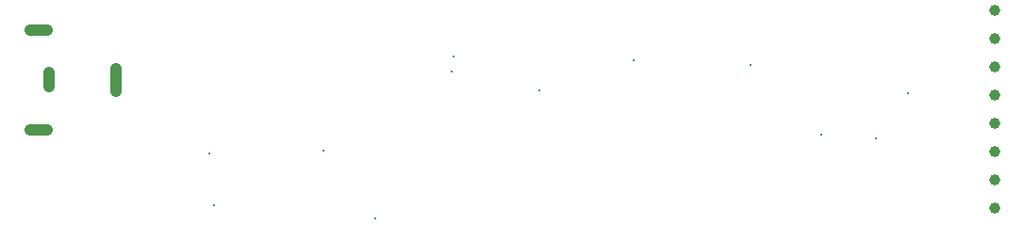
<source format=gbr>
%TF.GenerationSoftware,KiCad,Pcbnew,9.0.3*%
%TF.CreationDate,2025-11-02T19:13:41+05:00*%
%TF.ProjectId,zynq-7000-development-board,7a796e71-2d37-4303-9030-2d646576656c,rev?*%
%TF.SameCoordinates,Original*%
%TF.FileFunction,Plated,1,2,PTH,Mixed*%
%TF.FilePolarity,Positive*%
%FSLAX46Y46*%
G04 Gerber Fmt 4.6, Leading zero omitted, Abs format (unit mm)*
G04 Created by KiCad (PCBNEW 9.0.3) date 2025-11-02 19:13:41*
%MOMM*%
%LPD*%
G01*
G04 APERTURE LIST*
%TA.AperFunction,ViaDrill*%
%ADD10C,0.300000*%
%TD*%
G04 aperture for slot hole*
%TA.AperFunction,ComponentDrill*%
%ADD11C,1.000000*%
%TD*%
%TA.AperFunction,ComponentDrill*%
%ADD12C,1.000000*%
%TD*%
G04 APERTURE END LIST*
D10*
X125500000Y-118030000D03*
X125970000Y-122670000D03*
X135790000Y-117790000D03*
X140440000Y-123850000D03*
X147300000Y-110690000D03*
X147440000Y-109320000D03*
X155200000Y-112380000D03*
X163660000Y-109690000D03*
X174110000Y-110080000D03*
X180490000Y-116350000D03*
X185430000Y-116670000D03*
X188240000Y-112590000D03*
D11*
%TO.C,J1*%
X109430000Y-106920000D02*
X110930000Y-106920000D01*
X109430000Y-115920000D02*
X110930000Y-115920000D01*
X111180000Y-112070000D02*
X111180000Y-110770000D01*
X117180000Y-112420000D02*
X117180000Y-110420000D01*
D12*
%TO.C,J2*%
X196050000Y-105220000D03*
X196050000Y-107760000D03*
X196050000Y-110300000D03*
X196050000Y-112840000D03*
X196050000Y-115380000D03*
X196050000Y-117920000D03*
X196050000Y-120460000D03*
X196050000Y-123000000D03*
M02*

</source>
